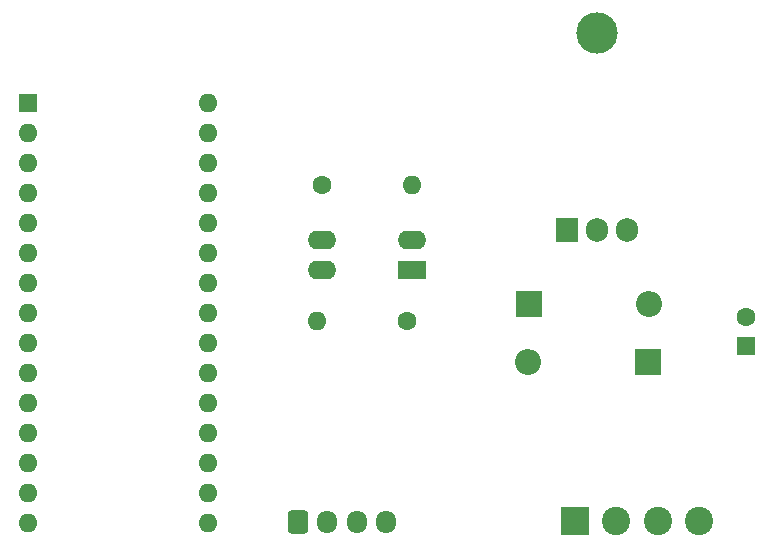
<source format=gbr>
%TF.GenerationSoftware,KiCad,Pcbnew,8.0.7*%
%TF.CreationDate,2025-07-22T20:11:00+09:00*%
%TF.ProjectId,Arduino magnetic gate,41726475-696e-46f2-906d-61676e657469,rev?*%
%TF.SameCoordinates,Original*%
%TF.FileFunction,Soldermask,Top*%
%TF.FilePolarity,Negative*%
%FSLAX46Y46*%
G04 Gerber Fmt 4.6, Leading zero omitted, Abs format (unit mm)*
G04 Created by KiCad (PCBNEW 8.0.7) date 2025-07-22 20:11:00*
%MOMM*%
%LPD*%
G01*
G04 APERTURE LIST*
G04 Aperture macros list*
%AMRoundRect*
0 Rectangle with rounded corners*
0 $1 Rounding radius*
0 $2 $3 $4 $5 $6 $7 $8 $9 X,Y pos of 4 corners*
0 Add a 4 corners polygon primitive as box body*
4,1,4,$2,$3,$4,$5,$6,$7,$8,$9,$2,$3,0*
0 Add four circle primitives for the rounded corners*
1,1,$1+$1,$2,$3*
1,1,$1+$1,$4,$5*
1,1,$1+$1,$6,$7*
1,1,$1+$1,$8,$9*
0 Add four rect primitives between the rounded corners*
20,1,$1+$1,$2,$3,$4,$5,0*
20,1,$1+$1,$4,$5,$6,$7,0*
20,1,$1+$1,$6,$7,$8,$9,0*
20,1,$1+$1,$8,$9,$2,$3,0*%
G04 Aperture macros list end*
%ADD10C,3.500000*%
%ADD11R,1.905000X2.000000*%
%ADD12O,1.905000X2.000000*%
%ADD13O,1.700000X1.950000*%
%ADD14RoundRect,0.250000X-0.600000X-0.725000X0.600000X-0.725000X0.600000X0.725000X-0.600000X0.725000X0*%
%ADD15R,2.400000X2.400000*%
%ADD16C,2.400000*%
%ADD17O,2.200000X2.200000*%
%ADD18R,2.200000X2.200000*%
%ADD19R,1.600000X1.600000*%
%ADD20C,1.600000*%
%ADD21R,2.400000X1.600000*%
%ADD22O,2.400000X1.600000*%
%ADD23O,1.600000X1.600000*%
G04 APERTURE END LIST*
D10*
%TO.C,Q2*%
X209931000Y-86397600D03*
D11*
X207391000Y-103057600D03*
D12*
X209931000Y-103057600D03*
X212471000Y-103057600D03*
%TD*%
D13*
%TO.C,J2*%
X192074800Y-127787400D03*
X189574800Y-127787400D03*
X187074800Y-127787400D03*
D14*
X184574800Y-127787400D03*
%TD*%
D15*
%TO.C,J1*%
X208041600Y-127685800D03*
D16*
X211541600Y-127685800D03*
X215041600Y-127685800D03*
X218541600Y-127685800D03*
%TD*%
D17*
%TO.C,D2*%
X204089000Y-114274600D03*
D18*
X214249000Y-114274600D03*
%TD*%
D19*
%TO.C,C1*%
X222504000Y-112928400D03*
D20*
X222504000Y-110428400D03*
%TD*%
D21*
%TO.C,U1*%
X194274200Y-106431000D03*
D22*
X194274200Y-103891000D03*
X186654200Y-103891000D03*
X186654200Y-106431000D03*
%TD*%
D20*
%TO.C,R2*%
X186639200Y-99237800D03*
D23*
X194259200Y-99237800D03*
%TD*%
D20*
%TO.C,R1*%
X193852800Y-110794800D03*
D23*
X186232800Y-110794800D03*
%TD*%
D18*
%TO.C,D1*%
X204190600Y-109372400D03*
D17*
X214350600Y-109372400D03*
%TD*%
D19*
%TO.C,A1*%
X161731800Y-92278200D03*
D23*
X161731800Y-94818200D03*
X161731800Y-97358200D03*
X161731800Y-99898200D03*
X161731800Y-102438200D03*
X161731800Y-104978200D03*
X161731800Y-107518200D03*
X161731800Y-110058200D03*
X161731800Y-112598200D03*
X161731800Y-115138200D03*
X161731800Y-117678200D03*
X161731800Y-120218200D03*
X161731800Y-122758200D03*
X161731800Y-125298200D03*
X161731800Y-127838200D03*
X176971800Y-127838200D03*
X176971800Y-125298200D03*
X176971800Y-122758200D03*
X176971800Y-120218200D03*
X176971800Y-117678200D03*
X176971800Y-115138200D03*
X176971800Y-112598200D03*
X176971800Y-110058200D03*
X176971800Y-107518200D03*
X176971800Y-104978200D03*
X176971800Y-102438200D03*
X176971800Y-99898200D03*
X176971800Y-97358200D03*
X176971800Y-94818200D03*
X176971800Y-92278200D03*
%TD*%
M02*

</source>
